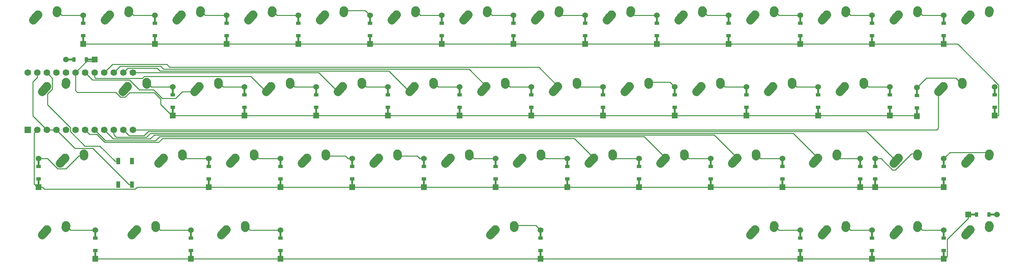
<source format=gbr>
G04 #@! TF.GenerationSoftware,KiCad,Pcbnew,(5.0.2)-1*
G04 #@! TF.CreationDate,2019-05-05T16:29:57-05:00*
G04 #@! TF.ProjectId,SL40,534c3430-2e6b-4696-9361-645f70636258,rev?*
G04 #@! TF.SameCoordinates,Original*
G04 #@! TF.FileFunction,Copper,L2,Bot*
G04 #@! TF.FilePolarity,Positive*
%FSLAX46Y46*%
G04 Gerber Fmt 4.6, Leading zero omitted, Abs format (unit mm)*
G04 Created by KiCad (PCBNEW (5.0.2)-1) date 5/5/2019 4:29:57 PM*
%MOMM*%
%LPD*%
G01*
G04 APERTURE LIST*
G04 #@! TA.AperFunction,Conductor*
%ADD10R,0.500000X1.524000*%
G04 #@! TD*
G04 #@! TA.AperFunction,ComponentPad*
%ADD11C,1.524000*%
G04 #@! TD*
G04 #@! TA.AperFunction,ComponentPad*
%ADD12R,1.524000X1.524000*%
G04 #@! TD*
G04 #@! TA.AperFunction,SMDPad,CuDef*
%ADD13R,1.200000X0.900000*%
G04 #@! TD*
G04 #@! TA.AperFunction,Conductor*
%ADD14R,1.524000X0.500000*%
G04 #@! TD*
G04 #@! TA.AperFunction,SMDPad,CuDef*
%ADD15R,0.900000X1.200000*%
G04 #@! TD*
G04 #@! TA.AperFunction,ComponentPad*
%ADD16C,2.250000*%
G04 #@! TD*
G04 #@! TA.AperFunction,Conductor*
%ADD17C,2.250000*%
G04 #@! TD*
G04 #@! TA.AperFunction,SMDPad,CuDef*
%ADD18R,1.100000X1.800000*%
G04 #@! TD*
G04 #@! TA.AperFunction,ComponentPad*
%ADD19C,1.752600*%
G04 #@! TD*
G04 #@! TA.AperFunction,ComponentPad*
%ADD20R,1.752600X1.752600*%
G04 #@! TD*
G04 #@! TA.AperFunction,Conductor*
%ADD21C,0.250000*%
G04 #@! TD*
G04 APERTURE END LIST*
D10*
G04 #@! TO.N,*
G04 #@! TO.C,D1*
X33337500Y-65246250D03*
X33337500Y-60166250D03*
D11*
G04 #@! TD*
G04 #@! TO.P,D1,2*
G04 #@! TO.N,Net-(D1-Pad2)*
X33337500Y-58896250D03*
D12*
G04 #@! TO.P,D1,1*
G04 #@! TO.N,ROW0*
X33337500Y-66516250D03*
D13*
G04 #@! TO.P,D1,*
G04 #@! TO.N,*
X33337500Y-61056250D03*
X33337500Y-64356250D03*
G04 #@! TD*
D10*
G04 #@! TO.N,*
G04 #@! TO.C,D2*
X52387500Y-65246250D03*
X52387500Y-60166250D03*
D11*
G04 #@! TD*
G04 #@! TO.P,D2,2*
G04 #@! TO.N,Net-(D2-Pad2)*
X52387500Y-58896250D03*
D12*
G04 #@! TO.P,D2,1*
G04 #@! TO.N,ROW0*
X52387500Y-66516250D03*
D13*
G04 #@! TO.P,D2,*
G04 #@! TO.N,*
X52387500Y-61056250D03*
X52387500Y-64356250D03*
G04 #@! TD*
D10*
G04 #@! TO.N,*
G04 #@! TO.C,D3*
X71437500Y-65246250D03*
X71437500Y-60166250D03*
D11*
G04 #@! TD*
G04 #@! TO.P,D3,2*
G04 #@! TO.N,Net-(D3-Pad2)*
X71437500Y-58896250D03*
D12*
G04 #@! TO.P,D3,1*
G04 #@! TO.N,ROW0*
X71437500Y-66516250D03*
D13*
G04 #@! TO.P,D3,*
G04 #@! TO.N,*
X71437500Y-61056250D03*
X71437500Y-64356250D03*
G04 #@! TD*
D10*
G04 #@! TO.N,*
G04 #@! TO.C,D4*
X90487500Y-65246250D03*
X90487500Y-60166250D03*
D11*
G04 #@! TD*
G04 #@! TO.P,D4,2*
G04 #@! TO.N,Net-(D4-Pad2)*
X90487500Y-58896250D03*
D12*
G04 #@! TO.P,D4,1*
G04 #@! TO.N,ROW0*
X90487500Y-66516250D03*
D13*
G04 #@! TO.P,D4,*
G04 #@! TO.N,*
X90487500Y-61056250D03*
X90487500Y-64356250D03*
G04 #@! TD*
D10*
G04 #@! TO.N,*
G04 #@! TO.C,D5*
X109537500Y-65246250D03*
X109537500Y-60166250D03*
D11*
G04 #@! TD*
G04 #@! TO.P,D5,2*
G04 #@! TO.N,Net-(D5-Pad2)*
X109537500Y-58896250D03*
D12*
G04 #@! TO.P,D5,1*
G04 #@! TO.N,ROW0*
X109537500Y-66516250D03*
D13*
G04 #@! TO.P,D5,*
G04 #@! TO.N,*
X109537500Y-61056250D03*
X109537500Y-64356250D03*
G04 #@! TD*
D10*
G04 #@! TO.N,*
G04 #@! TO.C,D6*
X128587500Y-65246250D03*
X128587500Y-60166250D03*
D11*
G04 #@! TD*
G04 #@! TO.P,D6,2*
G04 #@! TO.N,Net-(D6-Pad2)*
X128587500Y-58896250D03*
D12*
G04 #@! TO.P,D6,1*
G04 #@! TO.N,ROW0*
X128587500Y-66516250D03*
D13*
G04 #@! TO.P,D6,*
G04 #@! TO.N,*
X128587500Y-61056250D03*
X128587500Y-64356250D03*
G04 #@! TD*
D10*
G04 #@! TO.N,*
G04 #@! TO.C,D7*
X147637500Y-65246250D03*
X147637500Y-60166250D03*
D11*
G04 #@! TD*
G04 #@! TO.P,D7,2*
G04 #@! TO.N,Net-(D7-Pad2)*
X147637500Y-58896250D03*
D12*
G04 #@! TO.P,D7,1*
G04 #@! TO.N,ROW0*
X147637500Y-66516250D03*
D13*
G04 #@! TO.P,D7,*
G04 #@! TO.N,*
X147637500Y-61056250D03*
X147637500Y-64356250D03*
G04 #@! TD*
D10*
G04 #@! TO.N,*
G04 #@! TO.C,D8*
X166687500Y-65246250D03*
X166687500Y-60166250D03*
D11*
G04 #@! TD*
G04 #@! TO.P,D8,2*
G04 #@! TO.N,Net-(D8-Pad2)*
X166687500Y-58896250D03*
D12*
G04 #@! TO.P,D8,1*
G04 #@! TO.N,ROW0*
X166687500Y-66516250D03*
D13*
G04 #@! TO.P,D8,*
G04 #@! TO.N,*
X166687500Y-61056250D03*
X166687500Y-64356250D03*
G04 #@! TD*
D10*
G04 #@! TO.N,*
G04 #@! TO.C,D9*
X185737500Y-65246250D03*
X185737500Y-60166250D03*
D11*
G04 #@! TD*
G04 #@! TO.P,D9,2*
G04 #@! TO.N,Net-(D9-Pad2)*
X185737500Y-58896250D03*
D12*
G04 #@! TO.P,D9,1*
G04 #@! TO.N,ROW0*
X185737500Y-66516250D03*
D13*
G04 #@! TO.P,D9,*
G04 #@! TO.N,*
X185737500Y-61056250D03*
X185737500Y-64356250D03*
G04 #@! TD*
D10*
G04 #@! TO.N,*
G04 #@! TO.C,D10*
X204787500Y-65246250D03*
X204787500Y-60166250D03*
D11*
G04 #@! TD*
G04 #@! TO.P,D10,2*
G04 #@! TO.N,Net-(D10-Pad2)*
X204787500Y-58896250D03*
D12*
G04 #@! TO.P,D10,1*
G04 #@! TO.N,ROW0*
X204787500Y-66516250D03*
D13*
G04 #@! TO.P,D10,*
G04 #@! TO.N,*
X204787500Y-61056250D03*
X204787500Y-64356250D03*
G04 #@! TD*
D10*
G04 #@! TO.N,*
G04 #@! TO.C,D11*
X223837500Y-65246250D03*
X223837500Y-60166250D03*
D11*
G04 #@! TD*
G04 #@! TO.P,D11,2*
G04 #@! TO.N,Net-(D11-Pad2)*
X223837500Y-58896250D03*
D12*
G04 #@! TO.P,D11,1*
G04 #@! TO.N,ROW0*
X223837500Y-66516250D03*
D13*
G04 #@! TO.P,D11,*
G04 #@! TO.N,*
X223837500Y-61056250D03*
X223837500Y-64356250D03*
G04 #@! TD*
D10*
G04 #@! TO.N,*
G04 #@! TO.C,D12*
X242887500Y-65246250D03*
X242887500Y-60166250D03*
D11*
G04 #@! TD*
G04 #@! TO.P,D12,2*
G04 #@! TO.N,Net-(D12-Pad2)*
X242887500Y-58896250D03*
D12*
G04 #@! TO.P,D12,1*
G04 #@! TO.N,ROW0*
X242887500Y-66516250D03*
D13*
G04 #@! TO.P,D12,*
G04 #@! TO.N,*
X242887500Y-61056250D03*
X242887500Y-64356250D03*
G04 #@! TD*
D10*
G04 #@! TO.N,*
G04 #@! TO.C,D13*
X261937500Y-65246250D03*
X261937500Y-60166250D03*
D11*
G04 #@! TD*
G04 #@! TO.P,D13,2*
G04 #@! TO.N,Net-(D13-Pad2)*
X261937500Y-58896250D03*
D12*
G04 #@! TO.P,D13,1*
G04 #@! TO.N,ROW0*
X261937500Y-66516250D03*
D13*
G04 #@! TO.P,D13,*
G04 #@! TO.N,*
X261937500Y-61056250D03*
X261937500Y-64356250D03*
G04 #@! TD*
D10*
G04 #@! TO.N,*
G04 #@! TO.C,D14*
X275431250Y-84296250D03*
X275431250Y-79216250D03*
D11*
G04 #@! TD*
G04 #@! TO.P,D14,2*
G04 #@! TO.N,Net-(D14-Pad2)*
X275431250Y-77946250D03*
D12*
G04 #@! TO.P,D14,1*
G04 #@! TO.N,ROW0*
X275431250Y-85566250D03*
D13*
G04 #@! TO.P,D14,*
G04 #@! TO.N,*
X275431250Y-80106250D03*
X275431250Y-83406250D03*
G04 #@! TD*
D14*
G04 #@! TO.N,*
G04 #@! TO.C,D15*
X35083750Y-70643750D03*
X30003750Y-70643750D03*
D11*
G04 #@! TD*
G04 #@! TO.P,D15,2*
G04 #@! TO.N,Net-(D15-Pad2)*
X28733750Y-70643750D03*
D12*
G04 #@! TO.P,D15,1*
G04 #@! TO.N,ROW1*
X36353750Y-70643750D03*
D15*
G04 #@! TO.P,D15,*
G04 #@! TO.N,*
X30893750Y-70643750D03*
X34193750Y-70643750D03*
G04 #@! TD*
D10*
G04 #@! TO.N,*
G04 #@! TO.C,D16*
X57150000Y-84296250D03*
X57150000Y-79216250D03*
D11*
G04 #@! TD*
G04 #@! TO.P,D16,2*
G04 #@! TO.N,Net-(D16-Pad2)*
X57150000Y-77946250D03*
D12*
G04 #@! TO.P,D16,1*
G04 #@! TO.N,ROW1*
X57150000Y-85566250D03*
D13*
G04 #@! TO.P,D16,*
G04 #@! TO.N,*
X57150000Y-80106250D03*
X57150000Y-83406250D03*
G04 #@! TD*
D10*
G04 #@! TO.N,*
G04 #@! TO.C,D17*
X76200000Y-84296250D03*
X76200000Y-79216250D03*
D11*
G04 #@! TD*
G04 #@! TO.P,D17,2*
G04 #@! TO.N,Net-(D17-Pad2)*
X76200000Y-77946250D03*
D12*
G04 #@! TO.P,D17,1*
G04 #@! TO.N,ROW1*
X76200000Y-85566250D03*
D13*
G04 #@! TO.P,D17,*
G04 #@! TO.N,*
X76200000Y-80106250D03*
X76200000Y-83406250D03*
G04 #@! TD*
D10*
G04 #@! TO.N,*
G04 #@! TO.C,D18*
X95250000Y-84296250D03*
X95250000Y-79216250D03*
D11*
G04 #@! TD*
G04 #@! TO.P,D18,2*
G04 #@! TO.N,Net-(D18-Pad2)*
X95250000Y-77946250D03*
D12*
G04 #@! TO.P,D18,1*
G04 #@! TO.N,ROW1*
X95250000Y-85566250D03*
D13*
G04 #@! TO.P,D18,*
G04 #@! TO.N,*
X95250000Y-80106250D03*
X95250000Y-83406250D03*
G04 #@! TD*
D10*
G04 #@! TO.N,*
G04 #@! TO.C,D20*
X133350000Y-84296250D03*
X133350000Y-79216250D03*
D11*
G04 #@! TD*
G04 #@! TO.P,D20,2*
G04 #@! TO.N,Net-(D20-Pad2)*
X133350000Y-77946250D03*
D12*
G04 #@! TO.P,D20,1*
G04 #@! TO.N,ROW1*
X133350000Y-85566250D03*
D13*
G04 #@! TO.P,D20,*
G04 #@! TO.N,*
X133350000Y-80106250D03*
X133350000Y-83406250D03*
G04 #@! TD*
D10*
G04 #@! TO.N,*
G04 #@! TO.C,D21*
X152400000Y-84296250D03*
X152400000Y-79216250D03*
D11*
G04 #@! TD*
G04 #@! TO.P,D21,2*
G04 #@! TO.N,Net-(D21-Pad2)*
X152400000Y-77946250D03*
D12*
G04 #@! TO.P,D21,1*
G04 #@! TO.N,ROW1*
X152400000Y-85566250D03*
D13*
G04 #@! TO.P,D21,*
G04 #@! TO.N,*
X152400000Y-80106250D03*
X152400000Y-83406250D03*
G04 #@! TD*
D10*
G04 #@! TO.N,*
G04 #@! TO.C,D22*
X171450000Y-84296250D03*
X171450000Y-79216250D03*
D11*
G04 #@! TD*
G04 #@! TO.P,D22,2*
G04 #@! TO.N,Net-(D22-Pad2)*
X171450000Y-77946250D03*
D12*
G04 #@! TO.P,D22,1*
G04 #@! TO.N,ROW1*
X171450000Y-85566250D03*
D13*
G04 #@! TO.P,D22,*
G04 #@! TO.N,*
X171450000Y-80106250D03*
X171450000Y-83406250D03*
G04 #@! TD*
D10*
G04 #@! TO.N,*
G04 #@! TO.C,D23*
X190500000Y-84296250D03*
X190500000Y-79216250D03*
D11*
G04 #@! TD*
G04 #@! TO.P,D23,2*
G04 #@! TO.N,Net-(D23-Pad2)*
X190500000Y-77946250D03*
D12*
G04 #@! TO.P,D23,1*
G04 #@! TO.N,ROW1*
X190500000Y-85566250D03*
D13*
G04 #@! TO.P,D23,*
G04 #@! TO.N,*
X190500000Y-80106250D03*
X190500000Y-83406250D03*
G04 #@! TD*
D10*
G04 #@! TO.N,*
G04 #@! TO.C,D24*
X209550000Y-84296250D03*
X209550000Y-79216250D03*
D11*
G04 #@! TD*
G04 #@! TO.P,D24,2*
G04 #@! TO.N,Net-(D24-Pad2)*
X209550000Y-77946250D03*
D12*
G04 #@! TO.P,D24,1*
G04 #@! TO.N,ROW1*
X209550000Y-85566250D03*
D13*
G04 #@! TO.P,D24,*
G04 #@! TO.N,*
X209550000Y-80106250D03*
X209550000Y-83406250D03*
G04 #@! TD*
D10*
G04 #@! TO.N,*
G04 #@! TO.C,D25*
X228600000Y-84296250D03*
X228600000Y-79216250D03*
D11*
G04 #@! TD*
G04 #@! TO.P,D25,2*
G04 #@! TO.N,Net-(D25-Pad2)*
X228600000Y-77946250D03*
D12*
G04 #@! TO.P,D25,1*
G04 #@! TO.N,ROW1*
X228600000Y-85566250D03*
D13*
G04 #@! TO.P,D25,*
G04 #@! TO.N,*
X228600000Y-80106250D03*
X228600000Y-83406250D03*
G04 #@! TD*
D10*
G04 #@! TO.N,*
G04 #@! TO.C,D26*
X247650000Y-84296250D03*
X247650000Y-79216250D03*
D11*
G04 #@! TD*
G04 #@! TO.P,D26,2*
G04 #@! TO.N,Net-(D26-Pad2)*
X247650000Y-77946250D03*
D12*
G04 #@! TO.P,D26,1*
G04 #@! TO.N,ROW1*
X247650000Y-85566250D03*
D13*
G04 #@! TO.P,D26,*
G04 #@! TO.N,*
X247650000Y-80106250D03*
X247650000Y-83406250D03*
G04 #@! TD*
D10*
G04 #@! TO.N,*
G04 #@! TO.C,D27*
X254793750Y-84455000D03*
X254793750Y-79375000D03*
D11*
G04 #@! TD*
G04 #@! TO.P,D27,2*
G04 #@! TO.N,Net-(D27-Pad2)*
X254793750Y-78105000D03*
D12*
G04 #@! TO.P,D27,1*
G04 #@! TO.N,ROW1*
X254793750Y-85725000D03*
D13*
G04 #@! TO.P,D27,*
G04 #@! TO.N,*
X254793750Y-80265000D03*
X254793750Y-83565000D03*
G04 #@! TD*
D10*
G04 #@! TO.N,*
G04 #@! TO.C,D28*
X21431250Y-103346250D03*
X21431250Y-98266250D03*
D11*
G04 #@! TD*
G04 #@! TO.P,D28,2*
G04 #@! TO.N,Net-(D28-Pad2)*
X21431250Y-96996250D03*
D12*
G04 #@! TO.P,D28,1*
G04 #@! TO.N,ROW2*
X21431250Y-104616250D03*
D13*
G04 #@! TO.P,D28,*
G04 #@! TO.N,*
X21431250Y-99156250D03*
X21431250Y-102456250D03*
G04 #@! TD*
D10*
G04 #@! TO.N,*
G04 #@! TO.C,D29*
X66675000Y-103346250D03*
X66675000Y-98266250D03*
D11*
G04 #@! TD*
G04 #@! TO.P,D29,2*
G04 #@! TO.N,Net-(D29-Pad2)*
X66675000Y-96996250D03*
D12*
G04 #@! TO.P,D29,1*
G04 #@! TO.N,ROW2*
X66675000Y-104616250D03*
D13*
G04 #@! TO.P,D29,*
G04 #@! TO.N,*
X66675000Y-99156250D03*
X66675000Y-102456250D03*
G04 #@! TD*
D10*
G04 #@! TO.N,*
G04 #@! TO.C,D30*
X85725000Y-103346250D03*
X85725000Y-98266250D03*
D11*
G04 #@! TD*
G04 #@! TO.P,D30,2*
G04 #@! TO.N,Net-(D30-Pad2)*
X85725000Y-96996250D03*
D12*
G04 #@! TO.P,D30,1*
G04 #@! TO.N,ROW2*
X85725000Y-104616250D03*
D13*
G04 #@! TO.P,D30,*
G04 #@! TO.N,*
X85725000Y-99156250D03*
X85725000Y-102456250D03*
G04 #@! TD*
D10*
G04 #@! TO.N,*
G04 #@! TO.C,D31*
X104775000Y-103346250D03*
X104775000Y-98266250D03*
D11*
G04 #@! TD*
G04 #@! TO.P,D31,2*
G04 #@! TO.N,Net-(D31-Pad2)*
X104775000Y-96996250D03*
D12*
G04 #@! TO.P,D31,1*
G04 #@! TO.N,ROW2*
X104775000Y-104616250D03*
D13*
G04 #@! TO.P,D31,*
G04 #@! TO.N,*
X104775000Y-99156250D03*
X104775000Y-102456250D03*
G04 #@! TD*
D10*
G04 #@! TO.N,*
G04 #@! TO.C,D32*
X123825000Y-103346250D03*
X123825000Y-98266250D03*
D11*
G04 #@! TD*
G04 #@! TO.P,D32,2*
G04 #@! TO.N,Net-(D32-Pad2)*
X123825000Y-96996250D03*
D12*
G04 #@! TO.P,D32,1*
G04 #@! TO.N,ROW2*
X123825000Y-104616250D03*
D13*
G04 #@! TO.P,D32,*
G04 #@! TO.N,*
X123825000Y-99156250D03*
X123825000Y-102456250D03*
G04 #@! TD*
D10*
G04 #@! TO.N,*
G04 #@! TO.C,D33*
X142875000Y-103346250D03*
X142875000Y-98266250D03*
D11*
G04 #@! TD*
G04 #@! TO.P,D33,2*
G04 #@! TO.N,Net-(D33-Pad2)*
X142875000Y-96996250D03*
D12*
G04 #@! TO.P,D33,1*
G04 #@! TO.N,ROW2*
X142875000Y-104616250D03*
D13*
G04 #@! TO.P,D33,*
G04 #@! TO.N,*
X142875000Y-99156250D03*
X142875000Y-102456250D03*
G04 #@! TD*
D10*
G04 #@! TO.N,*
G04 #@! TO.C,D34*
X161925000Y-103346250D03*
X161925000Y-98266250D03*
D11*
G04 #@! TD*
G04 #@! TO.P,D34,2*
G04 #@! TO.N,Net-(D34-Pad2)*
X161925000Y-96996250D03*
D12*
G04 #@! TO.P,D34,1*
G04 #@! TO.N,ROW2*
X161925000Y-104616250D03*
D13*
G04 #@! TO.P,D34,*
G04 #@! TO.N,*
X161925000Y-99156250D03*
X161925000Y-102456250D03*
G04 #@! TD*
D10*
G04 #@! TO.N,*
G04 #@! TO.C,D35*
X180975000Y-103346250D03*
X180975000Y-98266250D03*
D11*
G04 #@! TD*
G04 #@! TO.P,D35,2*
G04 #@! TO.N,Net-(D35-Pad2)*
X180975000Y-96996250D03*
D12*
G04 #@! TO.P,D35,1*
G04 #@! TO.N,ROW2*
X180975000Y-104616250D03*
D13*
G04 #@! TO.P,D35,*
G04 #@! TO.N,*
X180975000Y-99156250D03*
X180975000Y-102456250D03*
G04 #@! TD*
D10*
G04 #@! TO.N,*
G04 #@! TO.C,D36*
X200025000Y-103346250D03*
X200025000Y-98266250D03*
D11*
G04 #@! TD*
G04 #@! TO.P,D36,2*
G04 #@! TO.N,Net-(D36-Pad2)*
X200025000Y-96996250D03*
D12*
G04 #@! TO.P,D36,1*
G04 #@! TO.N,ROW2*
X200025000Y-104616250D03*
D13*
G04 #@! TO.P,D36,*
G04 #@! TO.N,*
X200025000Y-99156250D03*
X200025000Y-102456250D03*
G04 #@! TD*
D10*
G04 #@! TO.N,*
G04 #@! TO.C,D37*
X219075000Y-103346250D03*
X219075000Y-98266250D03*
D11*
G04 #@! TD*
G04 #@! TO.P,D37,2*
G04 #@! TO.N,Net-(D37-Pad2)*
X219075000Y-96996250D03*
D12*
G04 #@! TO.P,D37,1*
G04 #@! TO.N,ROW2*
X219075000Y-104616250D03*
D13*
G04 #@! TO.P,D37,*
G04 #@! TO.N,*
X219075000Y-99156250D03*
X219075000Y-102456250D03*
G04 #@! TD*
D10*
G04 #@! TO.N,*
G04 #@! TO.C,D38*
X239712500Y-103346250D03*
X239712500Y-98266250D03*
D11*
G04 #@! TD*
G04 #@! TO.P,D38,2*
G04 #@! TO.N,Net-(D38-Pad2)*
X239712500Y-96996250D03*
D12*
G04 #@! TO.P,D38,1*
G04 #@! TO.N,ROW2*
X239712500Y-104616250D03*
D13*
G04 #@! TO.P,D38,*
G04 #@! TO.N,*
X239712500Y-99156250D03*
X239712500Y-102456250D03*
G04 #@! TD*
D10*
G04 #@! TO.N,*
G04 #@! TO.C,D39*
X243681250Y-103346250D03*
X243681250Y-98266250D03*
D11*
G04 #@! TD*
G04 #@! TO.P,D39,2*
G04 #@! TO.N,Net-(D39-Pad2)*
X243681250Y-96996250D03*
D12*
G04 #@! TO.P,D39,1*
G04 #@! TO.N,ROW2*
X243681250Y-104616250D03*
D13*
G04 #@! TO.P,D39,*
G04 #@! TO.N,*
X243681250Y-99156250D03*
X243681250Y-102456250D03*
G04 #@! TD*
D10*
G04 #@! TO.N,*
G04 #@! TO.C,D40*
X261937500Y-103346250D03*
X261937500Y-98266250D03*
D11*
G04 #@! TD*
G04 #@! TO.P,D40,2*
G04 #@! TO.N,Net-(D40-Pad2)*
X261937500Y-96996250D03*
D12*
G04 #@! TO.P,D40,1*
G04 #@! TO.N,ROW2*
X261937500Y-104616250D03*
D13*
G04 #@! TO.P,D40,*
G04 #@! TO.N,*
X261937500Y-99156250D03*
X261937500Y-102456250D03*
G04 #@! TD*
D10*
G04 #@! TO.N,*
G04 #@! TO.C,D41*
X36512500Y-122396250D03*
X36512500Y-117316250D03*
D11*
G04 #@! TD*
G04 #@! TO.P,D41,2*
G04 #@! TO.N,Net-(D41-Pad2)*
X36512500Y-116046250D03*
D12*
G04 #@! TO.P,D41,1*
G04 #@! TO.N,ROW3*
X36512500Y-123666250D03*
D13*
G04 #@! TO.P,D41,*
G04 #@! TO.N,*
X36512500Y-118206250D03*
X36512500Y-121506250D03*
G04 #@! TD*
D10*
G04 #@! TO.N,*
G04 #@! TO.C,D42*
X61912500Y-122396250D03*
X61912500Y-117316250D03*
D11*
G04 #@! TD*
G04 #@! TO.P,D42,2*
G04 #@! TO.N,Net-(D42-Pad2)*
X61912500Y-116046250D03*
D12*
G04 #@! TO.P,D42,1*
G04 #@! TO.N,ROW3*
X61912500Y-123666250D03*
D13*
G04 #@! TO.P,D42,*
G04 #@! TO.N,*
X61912500Y-118206250D03*
X61912500Y-121506250D03*
G04 #@! TD*
D10*
G04 #@! TO.N,*
G04 #@! TO.C,D43*
X85725000Y-122396250D03*
X85725000Y-117316250D03*
D11*
G04 #@! TD*
G04 #@! TO.P,D43,2*
G04 #@! TO.N,Net-(D43-Pad2)*
X85725000Y-116046250D03*
D12*
G04 #@! TO.P,D43,1*
G04 #@! TO.N,ROW3*
X85725000Y-123666250D03*
D13*
G04 #@! TO.P,D43,*
G04 #@! TO.N,*
X85725000Y-118206250D03*
X85725000Y-121506250D03*
G04 #@! TD*
D10*
G04 #@! TO.N,*
G04 #@! TO.C,D44*
X154781250Y-122396250D03*
X154781250Y-117316250D03*
D11*
G04 #@! TD*
G04 #@! TO.P,D44,2*
G04 #@! TO.N,Net-(D44-Pad2)*
X154781250Y-116046250D03*
D12*
G04 #@! TO.P,D44,1*
G04 #@! TO.N,ROW3*
X154781250Y-123666250D03*
D13*
G04 #@! TO.P,D44,*
G04 #@! TO.N,*
X154781250Y-118206250D03*
X154781250Y-121506250D03*
G04 #@! TD*
D10*
G04 #@! TO.N,*
G04 #@! TO.C,D45*
X223837500Y-122396250D03*
X223837500Y-117316250D03*
D11*
G04 #@! TD*
G04 #@! TO.P,D45,2*
G04 #@! TO.N,Net-(D45-Pad2)*
X223837500Y-116046250D03*
D12*
G04 #@! TO.P,D45,1*
G04 #@! TO.N,ROW3*
X223837500Y-123666250D03*
D13*
G04 #@! TO.P,D45,*
G04 #@! TO.N,*
X223837500Y-118206250D03*
X223837500Y-121506250D03*
G04 #@! TD*
D10*
G04 #@! TO.N,*
G04 #@! TO.C,D46*
X242887500Y-122396250D03*
X242887500Y-117316250D03*
D11*
G04 #@! TD*
G04 #@! TO.P,D46,2*
G04 #@! TO.N,Net-(D46-Pad2)*
X242887500Y-116046250D03*
D12*
G04 #@! TO.P,D46,1*
G04 #@! TO.N,ROW3*
X242887500Y-123666250D03*
D13*
G04 #@! TO.P,D46,*
G04 #@! TO.N,*
X242887500Y-118206250D03*
X242887500Y-121506250D03*
G04 #@! TD*
D10*
G04 #@! TO.N,*
G04 #@! TO.C,D47*
X261937500Y-122396250D03*
X261937500Y-117316250D03*
D11*
G04 #@! TD*
G04 #@! TO.P,D47,2*
G04 #@! TO.N,Net-(D47-Pad2)*
X261937500Y-116046250D03*
D12*
G04 #@! TO.P,D47,1*
G04 #@! TO.N,ROW3*
X261937500Y-123666250D03*
D13*
G04 #@! TO.P,D47,*
G04 #@! TO.N,*
X261937500Y-118206250D03*
X261937500Y-121506250D03*
G04 #@! TD*
D14*
G04 #@! TO.N,*
G04 #@! TO.C,D48*
X269716250Y-111918750D03*
X274796250Y-111918750D03*
D11*
G04 #@! TD*
G04 #@! TO.P,D48,2*
G04 #@! TO.N,Net-(D48-Pad2)*
X276066250Y-111918750D03*
D12*
G04 #@! TO.P,D48,1*
G04 #@! TO.N,ROW3*
X268446250Y-111918750D03*
D15*
G04 #@! TO.P,D48,*
G04 #@! TO.N,*
X273906250Y-111918750D03*
X270606250Y-111918750D03*
G04 #@! TD*
D10*
G04 #@! TO.N,*
G04 #@! TO.C,D19*
X114300000Y-84296250D03*
X114300000Y-79216250D03*
D11*
G04 #@! TD*
G04 #@! TO.P,D19,2*
G04 #@! TO.N,Net-(D19-Pad2)*
X114300000Y-77946250D03*
D12*
G04 #@! TO.P,D19,1*
G04 #@! TO.N,ROW1*
X114300000Y-85566250D03*
D13*
G04 #@! TO.P,D19,*
G04 #@! TO.N,*
X114300000Y-80106250D03*
X114300000Y-83406250D03*
G04 #@! TD*
D16*
G04 #@! TO.P,MX1,1*
G04 #@! TO.N,COL0*
X21312500Y-58706250D03*
X20657501Y-59436250D03*
D17*
G04 #@! TD*
G04 #@! TO.N,COL0*
G04 #@! TO.C,MX1*
X20002500Y-60166250D02*
X21312502Y-58706250D01*
D16*
G04 #@! TO.P,MX1,2*
G04 #@! TO.N,Net-(D1-Pad2)*
X26352500Y-57626250D03*
X26332500Y-57916250D03*
D17*
G04 #@! TD*
G04 #@! TO.N,Net-(D1-Pad2)*
G04 #@! TO.C,MX1*
X26312500Y-58206250D02*
X26352500Y-57626250D01*
D16*
G04 #@! TO.P,MX2,1*
G04 #@! TO.N,COL1*
X40362500Y-58706250D03*
X39707501Y-59436250D03*
D17*
G04 #@! TD*
G04 #@! TO.N,COL1*
G04 #@! TO.C,MX2*
X39052500Y-60166250D02*
X40362502Y-58706250D01*
D16*
G04 #@! TO.P,MX2,2*
G04 #@! TO.N,Net-(D2-Pad2)*
X45402500Y-57626250D03*
X45382500Y-57916250D03*
D17*
G04 #@! TD*
G04 #@! TO.N,Net-(D2-Pad2)*
G04 #@! TO.C,MX2*
X45362500Y-58206250D02*
X45402500Y-57626250D01*
D16*
G04 #@! TO.P,MX3,1*
G04 #@! TO.N,COL2*
X59412500Y-58706250D03*
X58757501Y-59436250D03*
D17*
G04 #@! TD*
G04 #@! TO.N,COL2*
G04 #@! TO.C,MX3*
X58102500Y-60166250D02*
X59412502Y-58706250D01*
D16*
G04 #@! TO.P,MX3,2*
G04 #@! TO.N,Net-(D3-Pad2)*
X64452500Y-57626250D03*
X64432500Y-57916250D03*
D17*
G04 #@! TD*
G04 #@! TO.N,Net-(D3-Pad2)*
G04 #@! TO.C,MX3*
X64412500Y-58206250D02*
X64452500Y-57626250D01*
D16*
G04 #@! TO.P,MX4,1*
G04 #@! TO.N,COL3*
X78462500Y-58706250D03*
X77807501Y-59436250D03*
D17*
G04 #@! TD*
G04 #@! TO.N,COL3*
G04 #@! TO.C,MX4*
X77152500Y-60166250D02*
X78462502Y-58706250D01*
D16*
G04 #@! TO.P,MX4,2*
G04 #@! TO.N,Net-(D4-Pad2)*
X83502500Y-57626250D03*
X83482500Y-57916250D03*
D17*
G04 #@! TD*
G04 #@! TO.N,Net-(D4-Pad2)*
G04 #@! TO.C,MX4*
X83462500Y-58206250D02*
X83502500Y-57626250D01*
D16*
G04 #@! TO.P,MX5,1*
G04 #@! TO.N,COL4*
X97512500Y-58706250D03*
X96857501Y-59436250D03*
D17*
G04 #@! TD*
G04 #@! TO.N,COL4*
G04 #@! TO.C,MX5*
X96202500Y-60166250D02*
X97512502Y-58706250D01*
D16*
G04 #@! TO.P,MX5,2*
G04 #@! TO.N,Net-(D5-Pad2)*
X102552500Y-57626250D03*
X102532500Y-57916250D03*
D17*
G04 #@! TD*
G04 #@! TO.N,Net-(D5-Pad2)*
G04 #@! TO.C,MX5*
X102512500Y-58206250D02*
X102552500Y-57626250D01*
D16*
G04 #@! TO.P,MX6,1*
G04 #@! TO.N,COL5*
X116562500Y-58706250D03*
X115907501Y-59436250D03*
D17*
G04 #@! TD*
G04 #@! TO.N,COL5*
G04 #@! TO.C,MX6*
X115252500Y-60166250D02*
X116562502Y-58706250D01*
D16*
G04 #@! TO.P,MX6,2*
G04 #@! TO.N,Net-(D6-Pad2)*
X121602500Y-57626250D03*
X121582500Y-57916250D03*
D17*
G04 #@! TD*
G04 #@! TO.N,Net-(D6-Pad2)*
G04 #@! TO.C,MX6*
X121562500Y-58206250D02*
X121602500Y-57626250D01*
D16*
G04 #@! TO.P,MX7,1*
G04 #@! TO.N,COL6*
X135612500Y-58706250D03*
X134957501Y-59436250D03*
D17*
G04 #@! TD*
G04 #@! TO.N,COL6*
G04 #@! TO.C,MX7*
X134302500Y-60166250D02*
X135612502Y-58706250D01*
D16*
G04 #@! TO.P,MX7,2*
G04 #@! TO.N,Net-(D7-Pad2)*
X140652500Y-57626250D03*
X140632500Y-57916250D03*
D17*
G04 #@! TD*
G04 #@! TO.N,Net-(D7-Pad2)*
G04 #@! TO.C,MX7*
X140612500Y-58206250D02*
X140652500Y-57626250D01*
D16*
G04 #@! TO.P,MX8,1*
G04 #@! TO.N,COL7*
X154662500Y-58706250D03*
X154007501Y-59436250D03*
D17*
G04 #@! TD*
G04 #@! TO.N,COL7*
G04 #@! TO.C,MX8*
X153352500Y-60166250D02*
X154662502Y-58706250D01*
D16*
G04 #@! TO.P,MX8,2*
G04 #@! TO.N,Net-(D8-Pad2)*
X159702500Y-57626250D03*
X159682500Y-57916250D03*
D17*
G04 #@! TD*
G04 #@! TO.N,Net-(D8-Pad2)*
G04 #@! TO.C,MX8*
X159662500Y-58206250D02*
X159702500Y-57626250D01*
D16*
G04 #@! TO.P,MX9,1*
G04 #@! TO.N,COL8*
X173712500Y-58706250D03*
X173057501Y-59436250D03*
D17*
G04 #@! TD*
G04 #@! TO.N,COL8*
G04 #@! TO.C,MX9*
X172402500Y-60166250D02*
X173712502Y-58706250D01*
D16*
G04 #@! TO.P,MX9,2*
G04 #@! TO.N,Net-(D9-Pad2)*
X178752500Y-57626250D03*
X178732500Y-57916250D03*
D17*
G04 #@! TD*
G04 #@! TO.N,Net-(D9-Pad2)*
G04 #@! TO.C,MX9*
X178712500Y-58206250D02*
X178752500Y-57626250D01*
D16*
G04 #@! TO.P,MX10,1*
G04 #@! TO.N,COL9*
X192762500Y-58706250D03*
X192107501Y-59436250D03*
D17*
G04 #@! TD*
G04 #@! TO.N,COL9*
G04 #@! TO.C,MX10*
X191452500Y-60166250D02*
X192762502Y-58706250D01*
D16*
G04 #@! TO.P,MX10,2*
G04 #@! TO.N,Net-(D10-Pad2)*
X197802500Y-57626250D03*
X197782500Y-57916250D03*
D17*
G04 #@! TD*
G04 #@! TO.N,Net-(D10-Pad2)*
G04 #@! TO.C,MX10*
X197762500Y-58206250D02*
X197802500Y-57626250D01*
D16*
G04 #@! TO.P,MX11,1*
G04 #@! TO.N,COL10*
X211812500Y-58706250D03*
X211157501Y-59436250D03*
D17*
G04 #@! TD*
G04 #@! TO.N,COL10*
G04 #@! TO.C,MX11*
X210502500Y-60166250D02*
X211812502Y-58706250D01*
D16*
G04 #@! TO.P,MX11,2*
G04 #@! TO.N,Net-(D11-Pad2)*
X216852500Y-57626250D03*
X216832500Y-57916250D03*
D17*
G04 #@! TD*
G04 #@! TO.N,Net-(D11-Pad2)*
G04 #@! TO.C,MX11*
X216812500Y-58206250D02*
X216852500Y-57626250D01*
D16*
G04 #@! TO.P,MX12,1*
G04 #@! TO.N,COL11*
X230862500Y-58706250D03*
X230207501Y-59436250D03*
D17*
G04 #@! TD*
G04 #@! TO.N,COL11*
G04 #@! TO.C,MX12*
X229552500Y-60166250D02*
X230862502Y-58706250D01*
D16*
G04 #@! TO.P,MX12,2*
G04 #@! TO.N,Net-(D12-Pad2)*
X235902500Y-57626250D03*
X235882500Y-57916250D03*
D17*
G04 #@! TD*
G04 #@! TO.N,Net-(D12-Pad2)*
G04 #@! TO.C,MX12*
X235862500Y-58206250D02*
X235902500Y-57626250D01*
D16*
G04 #@! TO.P,MX13,1*
G04 #@! TO.N,COL12*
X249912500Y-58706250D03*
X249257501Y-59436250D03*
D17*
G04 #@! TD*
G04 #@! TO.N,COL12*
G04 #@! TO.C,MX13*
X248602500Y-60166250D02*
X249912502Y-58706250D01*
D16*
G04 #@! TO.P,MX13,2*
G04 #@! TO.N,Net-(D13-Pad2)*
X254952500Y-57626250D03*
X254932500Y-57916250D03*
D17*
G04 #@! TD*
G04 #@! TO.N,Net-(D13-Pad2)*
G04 #@! TO.C,MX13*
X254912500Y-58206250D02*
X254952500Y-57626250D01*
D16*
G04 #@! TO.P,MX14,1*
G04 #@! TO.N,COL13*
X268962500Y-58706250D03*
X268307501Y-59436250D03*
D17*
G04 #@! TD*
G04 #@! TO.N,COL13*
G04 #@! TO.C,MX14*
X267652500Y-60166250D02*
X268962502Y-58706250D01*
D16*
G04 #@! TO.P,MX14,2*
G04 #@! TO.N,Net-(D14-Pad2)*
X274002500Y-57626250D03*
X273982500Y-57916250D03*
D17*
G04 #@! TD*
G04 #@! TO.N,Net-(D14-Pad2)*
G04 #@! TO.C,MX14*
X273962500Y-58206250D02*
X274002500Y-57626250D01*
D16*
G04 #@! TO.P,MX15,1*
G04 #@! TO.N,COL0*
X23693750Y-77756250D03*
X23038751Y-78486250D03*
D17*
G04 #@! TD*
G04 #@! TO.N,COL0*
G04 #@! TO.C,MX15*
X22383750Y-79216250D02*
X23693752Y-77756250D01*
D16*
G04 #@! TO.P,MX15,2*
G04 #@! TO.N,Net-(D15-Pad2)*
X28733750Y-76676250D03*
X28713750Y-76966250D03*
D17*
G04 #@! TD*
G04 #@! TO.N,Net-(D15-Pad2)*
G04 #@! TO.C,MX15*
X28693750Y-77256250D02*
X28733750Y-76676250D01*
D16*
G04 #@! TO.P,MX16,1*
G04 #@! TO.N,COL1*
X45125000Y-77756250D03*
X44470001Y-78486250D03*
D17*
G04 #@! TD*
G04 #@! TO.N,COL1*
G04 #@! TO.C,MX16*
X43815000Y-79216250D02*
X45125002Y-77756250D01*
D16*
G04 #@! TO.P,MX16,2*
G04 #@! TO.N,Net-(D16-Pad2)*
X50165000Y-76676250D03*
X50145000Y-76966250D03*
D17*
G04 #@! TD*
G04 #@! TO.N,Net-(D16-Pad2)*
G04 #@! TO.C,MX16*
X50125000Y-77256250D02*
X50165000Y-76676250D01*
D16*
G04 #@! TO.P,MX17,1*
G04 #@! TO.N,COL2*
X64175000Y-77756250D03*
X63520001Y-78486250D03*
D17*
G04 #@! TD*
G04 #@! TO.N,COL2*
G04 #@! TO.C,MX17*
X62865000Y-79216250D02*
X64175002Y-77756250D01*
D16*
G04 #@! TO.P,MX17,2*
G04 #@! TO.N,Net-(D17-Pad2)*
X69215000Y-76676250D03*
X69195000Y-76966250D03*
D17*
G04 #@! TD*
G04 #@! TO.N,Net-(D17-Pad2)*
G04 #@! TO.C,MX17*
X69175000Y-77256250D02*
X69215000Y-76676250D01*
D16*
G04 #@! TO.P,MX18,1*
G04 #@! TO.N,COL3*
X83225000Y-77756250D03*
X82570001Y-78486250D03*
D17*
G04 #@! TD*
G04 #@! TO.N,COL3*
G04 #@! TO.C,MX18*
X81915000Y-79216250D02*
X83225002Y-77756250D01*
D16*
G04 #@! TO.P,MX18,2*
G04 #@! TO.N,Net-(D18-Pad2)*
X88265000Y-76676250D03*
X88245000Y-76966250D03*
D17*
G04 #@! TD*
G04 #@! TO.N,Net-(D18-Pad2)*
G04 #@! TO.C,MX18*
X88225000Y-77256250D02*
X88265000Y-76676250D01*
D16*
G04 #@! TO.P,MX19,1*
G04 #@! TO.N,COL4*
X102275000Y-77756250D03*
X101620001Y-78486250D03*
D17*
G04 #@! TD*
G04 #@! TO.N,COL4*
G04 #@! TO.C,MX19*
X100965000Y-79216250D02*
X102275002Y-77756250D01*
D16*
G04 #@! TO.P,MX19,2*
G04 #@! TO.N,Net-(D19-Pad2)*
X107315000Y-76676250D03*
X107295000Y-76966250D03*
D17*
G04 #@! TD*
G04 #@! TO.N,Net-(D19-Pad2)*
G04 #@! TO.C,MX19*
X107275000Y-77256250D02*
X107315000Y-76676250D01*
D16*
G04 #@! TO.P,MX20,1*
G04 #@! TO.N,COL5*
X121325000Y-77756250D03*
X120670001Y-78486250D03*
D17*
G04 #@! TD*
G04 #@! TO.N,COL5*
G04 #@! TO.C,MX20*
X120015000Y-79216250D02*
X121325002Y-77756250D01*
D16*
G04 #@! TO.P,MX20,2*
G04 #@! TO.N,Net-(D20-Pad2)*
X126365000Y-76676250D03*
X126345000Y-76966250D03*
D17*
G04 #@! TD*
G04 #@! TO.N,Net-(D20-Pad2)*
G04 #@! TO.C,MX20*
X126325000Y-77256250D02*
X126365000Y-76676250D01*
D16*
G04 #@! TO.P,MX21,1*
G04 #@! TO.N,COL6*
X140375000Y-77756250D03*
X139720001Y-78486250D03*
D17*
G04 #@! TD*
G04 #@! TO.N,COL6*
G04 #@! TO.C,MX21*
X139065000Y-79216250D02*
X140375002Y-77756250D01*
D16*
G04 #@! TO.P,MX21,2*
G04 #@! TO.N,Net-(D21-Pad2)*
X145415000Y-76676250D03*
X145395000Y-76966250D03*
D17*
G04 #@! TD*
G04 #@! TO.N,Net-(D21-Pad2)*
G04 #@! TO.C,MX21*
X145375000Y-77256250D02*
X145415000Y-76676250D01*
D16*
G04 #@! TO.P,MX22,1*
G04 #@! TO.N,COL7*
X159425000Y-77756250D03*
X158770001Y-78486250D03*
D17*
G04 #@! TD*
G04 #@! TO.N,COL7*
G04 #@! TO.C,MX22*
X158115000Y-79216250D02*
X159425002Y-77756250D01*
D16*
G04 #@! TO.P,MX22,2*
G04 #@! TO.N,Net-(D22-Pad2)*
X164465000Y-76676250D03*
X164445000Y-76966250D03*
D17*
G04 #@! TD*
G04 #@! TO.N,Net-(D22-Pad2)*
G04 #@! TO.C,MX22*
X164425000Y-77256250D02*
X164465000Y-76676250D01*
D16*
G04 #@! TO.P,MX23,1*
G04 #@! TO.N,COL8*
X178475000Y-77756250D03*
X177820001Y-78486250D03*
D17*
G04 #@! TD*
G04 #@! TO.N,COL8*
G04 #@! TO.C,MX23*
X177165000Y-79216250D02*
X178475002Y-77756250D01*
D16*
G04 #@! TO.P,MX23,2*
G04 #@! TO.N,Net-(D23-Pad2)*
X183515000Y-76676250D03*
X183495000Y-76966250D03*
D17*
G04 #@! TD*
G04 #@! TO.N,Net-(D23-Pad2)*
G04 #@! TO.C,MX23*
X183475000Y-77256250D02*
X183515000Y-76676250D01*
D16*
G04 #@! TO.P,MX24,1*
G04 #@! TO.N,COL9*
X197525000Y-77756250D03*
X196870001Y-78486250D03*
D17*
G04 #@! TD*
G04 #@! TO.N,COL9*
G04 #@! TO.C,MX24*
X196215000Y-79216250D02*
X197525002Y-77756250D01*
D16*
G04 #@! TO.P,MX24,2*
G04 #@! TO.N,Net-(D24-Pad2)*
X202565000Y-76676250D03*
X202545000Y-76966250D03*
D17*
G04 #@! TD*
G04 #@! TO.N,Net-(D24-Pad2)*
G04 #@! TO.C,MX24*
X202525000Y-77256250D02*
X202565000Y-76676250D01*
D16*
G04 #@! TO.P,MX25,1*
G04 #@! TO.N,COL10*
X216575000Y-77756250D03*
X215920001Y-78486250D03*
D17*
G04 #@! TD*
G04 #@! TO.N,COL10*
G04 #@! TO.C,MX25*
X215265000Y-79216250D02*
X216575002Y-77756250D01*
D16*
G04 #@! TO.P,MX25,2*
G04 #@! TO.N,Net-(D25-Pad2)*
X221615000Y-76676250D03*
X221595000Y-76966250D03*
D17*
G04 #@! TD*
G04 #@! TO.N,Net-(D25-Pad2)*
G04 #@! TO.C,MX25*
X221575000Y-77256250D02*
X221615000Y-76676250D01*
D16*
G04 #@! TO.P,MX26,1*
G04 #@! TO.N,COL11*
X235625000Y-77756250D03*
X234970001Y-78486250D03*
D17*
G04 #@! TD*
G04 #@! TO.N,COL11*
G04 #@! TO.C,MX26*
X234315000Y-79216250D02*
X235625002Y-77756250D01*
D16*
G04 #@! TO.P,MX26,2*
G04 #@! TO.N,Net-(D26-Pad2)*
X240665000Y-76676250D03*
X240645000Y-76966250D03*
D17*
G04 #@! TD*
G04 #@! TO.N,Net-(D26-Pad2)*
G04 #@! TO.C,MX26*
X240625000Y-77256250D02*
X240665000Y-76676250D01*
D16*
G04 #@! TO.P,MX27,1*
G04 #@! TO.N,COL13*
X261818750Y-77756250D03*
X261163751Y-78486250D03*
D17*
G04 #@! TD*
G04 #@! TO.N,COL13*
G04 #@! TO.C,MX27*
X260508750Y-79216250D02*
X261818752Y-77756250D01*
D16*
G04 #@! TO.P,MX27,2*
G04 #@! TO.N,Net-(D27-Pad2)*
X266858750Y-76676250D03*
X266838750Y-76966250D03*
D17*
G04 #@! TD*
G04 #@! TO.N,Net-(D27-Pad2)*
G04 #@! TO.C,MX27*
X266818750Y-77256250D02*
X266858750Y-76676250D01*
D16*
G04 #@! TO.P,MX28,1*
G04 #@! TO.N,COL0*
X28456250Y-96806250D03*
X27801251Y-97536250D03*
D17*
G04 #@! TD*
G04 #@! TO.N,COL0*
G04 #@! TO.C,MX28*
X27146250Y-98266250D02*
X28456252Y-96806250D01*
D16*
G04 #@! TO.P,MX28,2*
G04 #@! TO.N,Net-(D28-Pad2)*
X33496250Y-95726250D03*
X33476250Y-96016250D03*
D17*
G04 #@! TD*
G04 #@! TO.N,Net-(D28-Pad2)*
G04 #@! TO.C,MX28*
X33456250Y-96306250D02*
X33496250Y-95726250D01*
D16*
G04 #@! TO.P,MX29,1*
G04 #@! TO.N,COL2*
X54650000Y-96806250D03*
X53995001Y-97536250D03*
D17*
G04 #@! TD*
G04 #@! TO.N,COL2*
G04 #@! TO.C,MX29*
X53340000Y-98266250D02*
X54650002Y-96806250D01*
D16*
G04 #@! TO.P,MX29,2*
G04 #@! TO.N,Net-(D29-Pad2)*
X59690000Y-95726250D03*
X59670000Y-96016250D03*
D17*
G04 #@! TD*
G04 #@! TO.N,Net-(D29-Pad2)*
G04 #@! TO.C,MX29*
X59650000Y-96306250D02*
X59690000Y-95726250D01*
D16*
G04 #@! TO.P,MX30,1*
G04 #@! TO.N,COL3*
X73700000Y-96806250D03*
X73045001Y-97536250D03*
D17*
G04 #@! TD*
G04 #@! TO.N,COL3*
G04 #@! TO.C,MX30*
X72390000Y-98266250D02*
X73700002Y-96806250D01*
D16*
G04 #@! TO.P,MX30,2*
G04 #@! TO.N,Net-(D30-Pad2)*
X78740000Y-95726250D03*
X78720000Y-96016250D03*
D17*
G04 #@! TD*
G04 #@! TO.N,Net-(D30-Pad2)*
G04 #@! TO.C,MX30*
X78700000Y-96306250D02*
X78740000Y-95726250D01*
D16*
G04 #@! TO.P,MX31,1*
G04 #@! TO.N,COL4*
X92750000Y-96806250D03*
X92095001Y-97536250D03*
D17*
G04 #@! TD*
G04 #@! TO.N,COL4*
G04 #@! TO.C,MX31*
X91440000Y-98266250D02*
X92750002Y-96806250D01*
D16*
G04 #@! TO.P,MX31,2*
G04 #@! TO.N,Net-(D31-Pad2)*
X97790000Y-95726250D03*
X97770000Y-96016250D03*
D17*
G04 #@! TD*
G04 #@! TO.N,Net-(D31-Pad2)*
G04 #@! TO.C,MX31*
X97750000Y-96306250D02*
X97790000Y-95726250D01*
D16*
G04 #@! TO.P,MX32,1*
G04 #@! TO.N,COL5*
X111800000Y-96806250D03*
X111145001Y-97536250D03*
D17*
G04 #@! TD*
G04 #@! TO.N,COL5*
G04 #@! TO.C,MX32*
X110490000Y-98266250D02*
X111800002Y-96806250D01*
D16*
G04 #@! TO.P,MX32,2*
G04 #@! TO.N,Net-(D32-Pad2)*
X116840000Y-95726250D03*
X116820000Y-96016250D03*
D17*
G04 #@! TD*
G04 #@! TO.N,Net-(D32-Pad2)*
G04 #@! TO.C,MX32*
X116800000Y-96306250D02*
X116840000Y-95726250D01*
D16*
G04 #@! TO.P,MX33,1*
G04 #@! TO.N,COL6*
X130850000Y-96806250D03*
X130195001Y-97536250D03*
D17*
G04 #@! TD*
G04 #@! TO.N,COL6*
G04 #@! TO.C,MX33*
X129540000Y-98266250D02*
X130850002Y-96806250D01*
D16*
G04 #@! TO.P,MX33,2*
G04 #@! TO.N,Net-(D33-Pad2)*
X135890000Y-95726250D03*
X135870000Y-96016250D03*
D17*
G04 #@! TD*
G04 #@! TO.N,Net-(D33-Pad2)*
G04 #@! TO.C,MX33*
X135850000Y-96306250D02*
X135890000Y-95726250D01*
D16*
G04 #@! TO.P,MX34,1*
G04 #@! TO.N,COL7*
X149900000Y-96806250D03*
X149245001Y-97536250D03*
D17*
G04 #@! TD*
G04 #@! TO.N,COL7*
G04 #@! TO.C,MX34*
X148590000Y-98266250D02*
X149900002Y-96806250D01*
D16*
G04 #@! TO.P,MX34,2*
G04 #@! TO.N,Net-(D34-Pad2)*
X154940000Y-95726250D03*
X154920000Y-96016250D03*
D17*
G04 #@! TD*
G04 #@! TO.N,Net-(D34-Pad2)*
G04 #@! TO.C,MX34*
X154900000Y-96306250D02*
X154940000Y-95726250D01*
D16*
G04 #@! TO.P,MX35,1*
G04 #@! TO.N,COL8*
X168950000Y-96806250D03*
X168295001Y-97536250D03*
D17*
G04 #@! TD*
G04 #@! TO.N,COL8*
G04 #@! TO.C,MX35*
X167640000Y-98266250D02*
X168950002Y-96806250D01*
D16*
G04 #@! TO.P,MX35,2*
G04 #@! TO.N,Net-(D35-Pad2)*
X173990000Y-95726250D03*
X173970000Y-96016250D03*
D17*
G04 #@! TD*
G04 #@! TO.N,Net-(D35-Pad2)*
G04 #@! TO.C,MX35*
X173950000Y-96306250D02*
X173990000Y-95726250D01*
D16*
G04 #@! TO.P,MX36,1*
G04 #@! TO.N,COL9*
X188000000Y-96806250D03*
X187345001Y-97536250D03*
D17*
G04 #@! TD*
G04 #@! TO.N,COL9*
G04 #@! TO.C,MX36*
X186690000Y-98266250D02*
X188000002Y-96806250D01*
D16*
G04 #@! TO.P,MX36,2*
G04 #@! TO.N,Net-(D36-Pad2)*
X193040000Y-95726250D03*
X193020000Y-96016250D03*
D17*
G04 #@! TD*
G04 #@! TO.N,Net-(D36-Pad2)*
G04 #@! TO.C,MX36*
X193000000Y-96306250D02*
X193040000Y-95726250D01*
D16*
G04 #@! TO.P,MX37,1*
G04 #@! TO.N,COL10*
X207050000Y-96806250D03*
X206395001Y-97536250D03*
D17*
G04 #@! TD*
G04 #@! TO.N,COL10*
G04 #@! TO.C,MX37*
X205740000Y-98266250D02*
X207050002Y-96806250D01*
D16*
G04 #@! TO.P,MX37,2*
G04 #@! TO.N,Net-(D37-Pad2)*
X212090000Y-95726250D03*
X212070000Y-96016250D03*
D17*
G04 #@! TD*
G04 #@! TO.N,Net-(D37-Pad2)*
G04 #@! TO.C,MX37*
X212050000Y-96306250D02*
X212090000Y-95726250D01*
D16*
G04 #@! TO.P,MX38,1*
G04 #@! TO.N,COL11*
X228481250Y-96806250D03*
X227826251Y-97536250D03*
D17*
G04 #@! TD*
G04 #@! TO.N,COL11*
G04 #@! TO.C,MX38*
X227171250Y-98266250D02*
X228481252Y-96806250D01*
D16*
G04 #@! TO.P,MX38,2*
G04 #@! TO.N,Net-(D38-Pad2)*
X233521250Y-95726250D03*
X233501250Y-96016250D03*
D17*
G04 #@! TD*
G04 #@! TO.N,Net-(D38-Pad2)*
G04 #@! TO.C,MX38*
X233481250Y-96306250D02*
X233521250Y-95726250D01*
D16*
G04 #@! TO.P,MX39,1*
G04 #@! TO.N,COL12*
X249912500Y-96806250D03*
X249257501Y-97536250D03*
D17*
G04 #@! TD*
G04 #@! TO.N,COL12*
G04 #@! TO.C,MX39*
X248602500Y-98266250D02*
X249912502Y-96806250D01*
D16*
G04 #@! TO.P,MX39,2*
G04 #@! TO.N,Net-(D39-Pad2)*
X254952500Y-95726250D03*
X254932500Y-96016250D03*
D17*
G04 #@! TD*
G04 #@! TO.N,Net-(D39-Pad2)*
G04 #@! TO.C,MX39*
X254912500Y-96306250D02*
X254952500Y-95726250D01*
D16*
G04 #@! TO.P,MX40,1*
G04 #@! TO.N,COL13*
X268962500Y-96806250D03*
X268307501Y-97536250D03*
D17*
G04 #@! TD*
G04 #@! TO.N,COL13*
G04 #@! TO.C,MX40*
X267652500Y-98266250D02*
X268962502Y-96806250D01*
D16*
G04 #@! TO.P,MX40,2*
G04 #@! TO.N,Net-(D40-Pad2)*
X274002500Y-95726250D03*
X273982500Y-96016250D03*
D17*
G04 #@! TD*
G04 #@! TO.N,Net-(D40-Pad2)*
G04 #@! TO.C,MX40*
X273962500Y-96306250D02*
X274002500Y-95726250D01*
D16*
G04 #@! TO.P,MX41,1*
G04 #@! TO.N,COL0*
X23693750Y-115856250D03*
X23038751Y-116586250D03*
D17*
G04 #@! TD*
G04 #@! TO.N,COL0*
G04 #@! TO.C,MX41*
X22383750Y-117316250D02*
X23693752Y-115856250D01*
D16*
G04 #@! TO.P,MX41,2*
G04 #@! TO.N,Net-(D41-Pad2)*
X28733750Y-114776250D03*
X28713750Y-115066250D03*
D17*
G04 #@! TD*
G04 #@! TO.N,Net-(D41-Pad2)*
G04 #@! TO.C,MX41*
X28693750Y-115356250D02*
X28733750Y-114776250D01*
D16*
G04 #@! TO.P,MX42,1*
G04 #@! TO.N,COL1*
X47506250Y-115856250D03*
X46851251Y-116586250D03*
D17*
G04 #@! TD*
G04 #@! TO.N,COL1*
G04 #@! TO.C,MX42*
X46196250Y-117316250D02*
X47506252Y-115856250D01*
D16*
G04 #@! TO.P,MX42,2*
G04 #@! TO.N,Net-(D42-Pad2)*
X52546250Y-114776250D03*
X52526250Y-115066250D03*
D17*
G04 #@! TD*
G04 #@! TO.N,Net-(D42-Pad2)*
G04 #@! TO.C,MX42*
X52506250Y-115356250D02*
X52546250Y-114776250D01*
D16*
G04 #@! TO.P,MX43,1*
G04 #@! TO.N,COL2*
X71318750Y-115856250D03*
X70663751Y-116586250D03*
D17*
G04 #@! TD*
G04 #@! TO.N,COL2*
G04 #@! TO.C,MX43*
X70008750Y-117316250D02*
X71318752Y-115856250D01*
D16*
G04 #@! TO.P,MX43,2*
G04 #@! TO.N,Net-(D43-Pad2)*
X76358750Y-114776250D03*
X76338750Y-115066250D03*
D17*
G04 #@! TD*
G04 #@! TO.N,Net-(D43-Pad2)*
G04 #@! TO.C,MX43*
X76318750Y-115356250D02*
X76358750Y-114776250D01*
D16*
G04 #@! TO.P,MX44,1*
G04 #@! TO.N,COL6*
X142756250Y-115856250D03*
X142101251Y-116586250D03*
D17*
G04 #@! TD*
G04 #@! TO.N,COL6*
G04 #@! TO.C,MX44*
X141446250Y-117316250D02*
X142756252Y-115856250D01*
D16*
G04 #@! TO.P,MX44,2*
G04 #@! TO.N,Net-(D44-Pad2)*
X147796250Y-114776250D03*
X147776250Y-115066250D03*
D17*
G04 #@! TD*
G04 #@! TO.N,Net-(D44-Pad2)*
G04 #@! TO.C,MX44*
X147756250Y-115356250D02*
X147796250Y-114776250D01*
D16*
G04 #@! TO.P,MX45,1*
G04 #@! TO.N,COL10*
X211812500Y-115856250D03*
X211157501Y-116586250D03*
D17*
G04 #@! TD*
G04 #@! TO.N,COL10*
G04 #@! TO.C,MX45*
X210502500Y-117316250D02*
X211812502Y-115856250D01*
D16*
G04 #@! TO.P,MX45,2*
G04 #@! TO.N,Net-(D45-Pad2)*
X216852500Y-114776250D03*
X216832500Y-115066250D03*
D17*
G04 #@! TD*
G04 #@! TO.N,Net-(D45-Pad2)*
G04 #@! TO.C,MX45*
X216812500Y-115356250D02*
X216852500Y-114776250D01*
D16*
G04 #@! TO.P,MX46,1*
G04 #@! TO.N,COL11*
X230862500Y-115856250D03*
X230207501Y-116586250D03*
D17*
G04 #@! TD*
G04 #@! TO.N,COL11*
G04 #@! TO.C,MX46*
X229552500Y-117316250D02*
X230862502Y-115856250D01*
D16*
G04 #@! TO.P,MX46,2*
G04 #@! TO.N,Net-(D46-Pad2)*
X235902500Y-114776250D03*
X235882500Y-115066250D03*
D17*
G04 #@! TD*
G04 #@! TO.N,Net-(D46-Pad2)*
G04 #@! TO.C,MX46*
X235862500Y-115356250D02*
X235902500Y-114776250D01*
D16*
G04 #@! TO.P,MX47,1*
G04 #@! TO.N,COL12*
X249912500Y-115856250D03*
X249257501Y-116586250D03*
D17*
G04 #@! TD*
G04 #@! TO.N,COL12*
G04 #@! TO.C,MX47*
X248602500Y-117316250D02*
X249912502Y-115856250D01*
D16*
G04 #@! TO.P,MX47,2*
G04 #@! TO.N,Net-(D47-Pad2)*
X254952500Y-114776250D03*
X254932500Y-115066250D03*
D17*
G04 #@! TD*
G04 #@! TO.N,Net-(D47-Pad2)*
G04 #@! TO.C,MX47*
X254912500Y-115356250D02*
X254952500Y-114776250D01*
D16*
G04 #@! TO.P,MX48,1*
G04 #@! TO.N,COL13*
X268962500Y-115856250D03*
X268307501Y-116586250D03*
D17*
G04 #@! TD*
G04 #@! TO.N,COL13*
G04 #@! TO.C,MX48*
X267652500Y-117316250D02*
X268962502Y-115856250D01*
D16*
G04 #@! TO.P,MX48,2*
G04 #@! TO.N,Net-(D48-Pad2)*
X274002500Y-114776250D03*
X273982500Y-115066250D03*
D17*
G04 #@! TD*
G04 #@! TO.N,Net-(D48-Pad2)*
G04 #@! TO.C,MX48*
X273962500Y-115356250D02*
X274002500Y-114776250D01*
D18*
G04 #@! TO.P,SW1,4*
G04 #@! TO.N,N/C*
X46300000Y-97706250D03*
G04 #@! TO.P,SW1,3*
X42600000Y-103906250D03*
G04 #@! TO.P,SW1,2*
G04 #@! TO.N,Net-(SW1-Pad2)*
X42600000Y-97706250D03*
G04 #@! TO.P,SW1,1*
G04 #@! TO.N,GND*
X46300000Y-103906250D03*
G04 #@! TD*
D19*
G04 #@! TO.P,U1,24*
G04 #@! TO.N,Net-(U1-Pad24)*
X18573750Y-74136250D03*
G04 #@! TO.P,U1,12*
G04 #@! TO.N,COL13*
X46513750Y-89376250D03*
G04 #@! TO.P,U1,23*
G04 #@! TO.N,GND*
X21113750Y-74136250D03*
G04 #@! TO.P,U1,22*
G04 #@! TO.N,Net-(SW1-Pad2)*
X23653750Y-74136250D03*
G04 #@! TO.P,U1,21*
G04 #@! TO.N,+5V*
X26193750Y-74136250D03*
G04 #@! TO.P,U1,20*
G04 #@! TO.N,ROW0*
X28733750Y-74136250D03*
G04 #@! TO.P,U1,19*
G04 #@! TO.N,ROW1*
X31273750Y-74136250D03*
G04 #@! TO.P,U1,18*
G04 #@! TO.N,COL2*
X33813750Y-74136250D03*
G04 #@! TO.P,U1,17*
G04 #@! TO.N,COL3*
X36353750Y-74136250D03*
G04 #@! TO.P,U1,16*
G04 #@! TO.N,COL7*
X38893750Y-74136250D03*
G04 #@! TO.P,U1,15*
G04 #@! TO.N,COL6*
X41433750Y-74136250D03*
G04 #@! TO.P,U1,14*
G04 #@! TO.N,COL5*
X43973750Y-74136250D03*
G04 #@! TO.P,U1,13*
G04 #@! TO.N,COL4*
X46513750Y-74136250D03*
G04 #@! TO.P,U1,11*
G04 #@! TO.N,COL12*
X43973750Y-89376250D03*
G04 #@! TO.P,U1,10*
G04 #@! TO.N,COL11*
X41433750Y-89376250D03*
G04 #@! TO.P,U1,9*
G04 #@! TO.N,COL10*
X38893750Y-89376250D03*
G04 #@! TO.P,U1,8*
G04 #@! TO.N,COL9*
X36353750Y-89376250D03*
G04 #@! TO.P,U1,7*
G04 #@! TO.N,COL8*
X33813750Y-89376250D03*
G04 #@! TO.P,U1,6*
G04 #@! TO.N,ROW3*
X31273750Y-89376250D03*
G04 #@! TO.P,U1,5*
G04 #@! TO.N,COL1*
X28733750Y-89376250D03*
G04 #@! TO.P,U1,4*
G04 #@! TO.N,GND*
X26193750Y-89376250D03*
G04 #@! TO.P,U1,3*
X23653750Y-89376250D03*
G04 #@! TO.P,U1,2*
G04 #@! TO.N,ROW2*
X21113750Y-89376250D03*
D20*
G04 #@! TO.P,U1,1*
G04 #@! TO.N,COL0*
X18573750Y-89376250D03*
G04 #@! TD*
D21*
G04 #@! TO.N,ROW0*
X33337500Y-66516250D02*
X52387500Y-66516250D01*
X52387500Y-66516250D02*
X71437500Y-66516250D01*
X71437500Y-66516250D02*
X90487500Y-66516250D01*
X90487500Y-66516250D02*
X109537500Y-66516250D01*
X110549500Y-66516250D02*
X128587500Y-66516250D01*
X109537500Y-66516250D02*
X110549500Y-66516250D01*
X128587500Y-66516250D02*
X147637500Y-66516250D01*
X147637500Y-66516250D02*
X166687500Y-66516250D01*
X166687500Y-66516250D02*
X185737500Y-66516250D01*
X186064502Y-66516250D02*
X204787500Y-66516250D01*
X185737500Y-66516250D02*
X186064502Y-66516250D01*
X204787500Y-66516250D02*
X223837500Y-66516250D01*
X223837500Y-66516250D02*
X242887500Y-66516250D01*
X243214502Y-66516250D02*
X261937500Y-66516250D01*
X242887500Y-66516250D02*
X243214502Y-66516250D01*
X276443250Y-85566250D02*
X275431250Y-85566250D01*
X276518251Y-85491249D02*
X276443250Y-85566250D01*
X276518251Y-77424489D02*
X276518251Y-85491249D01*
X265610012Y-66516250D02*
X276518251Y-77424489D01*
X261937500Y-66516250D02*
X265610012Y-66516250D01*
G04 #@! TO.N,Net-(D1-Pad2)*
X27477499Y-58751249D02*
X26352500Y-57626250D01*
X27622500Y-58896250D02*
X27477499Y-58751249D01*
X33337500Y-58896250D02*
X27622500Y-58896250D01*
G04 #@! TO.N,Net-(D2-Pad2)*
X46672500Y-58896250D02*
X45402500Y-57626250D01*
X52387500Y-58896250D02*
X46672500Y-58896250D01*
G04 #@! TO.N,Net-(D3-Pad2)*
X65032500Y-58206250D02*
X64412500Y-58206250D01*
X65722500Y-58896250D02*
X65032500Y-58206250D01*
X71437500Y-58896250D02*
X65722500Y-58896250D01*
G04 #@! TO.N,Net-(D4-Pad2)*
X84082500Y-58206250D02*
X83462500Y-58206250D01*
X84772500Y-58896250D02*
X84082500Y-58206250D01*
X90487500Y-58896250D02*
X84772500Y-58896250D01*
G04 #@! TO.N,Net-(D5-Pad2)*
X108267500Y-57626250D02*
X102552500Y-57626250D01*
X109537500Y-58896250D02*
X108267500Y-57626250D01*
G04 #@! TO.N,Net-(D6-Pad2)*
X122727499Y-58751249D02*
X121602500Y-57626250D01*
X122872500Y-58896250D02*
X122727499Y-58751249D01*
X128587500Y-58896250D02*
X122872500Y-58896250D01*
G04 #@! TO.N,Net-(D7-Pad2)*
X141232500Y-58206250D02*
X140612500Y-58206250D01*
X141922500Y-58896250D02*
X141232500Y-58206250D01*
X147637500Y-58896250D02*
X141922500Y-58896250D01*
G04 #@! TO.N,Net-(D8-Pad2)*
X160352500Y-58896250D02*
X159662500Y-58206250D01*
X166687500Y-58896250D02*
X160352500Y-58896250D01*
G04 #@! TO.N,Net-(D9-Pad2)*
X179402500Y-58896250D02*
X178712500Y-58206250D01*
X185737500Y-58896250D02*
X179402500Y-58896250D01*
G04 #@! TO.N,Net-(D10-Pad2)*
X199072500Y-58896250D02*
X197802500Y-57626250D01*
X204787500Y-58896250D02*
X199072500Y-58896250D01*
G04 #@! TO.N,Net-(D11-Pad2)*
X218122500Y-58896250D02*
X216852500Y-57626250D01*
X223837500Y-58896250D02*
X218122500Y-58896250D01*
G04 #@! TO.N,Net-(D12-Pad2)*
X237027499Y-58751249D02*
X235902500Y-57626250D01*
X237172500Y-58896250D02*
X237027499Y-58751249D01*
X242887500Y-58896250D02*
X237172500Y-58896250D01*
G04 #@! TO.N,Net-(D13-Pad2)*
X256077499Y-58751249D02*
X254952500Y-57626250D01*
X256222500Y-58896250D02*
X256077499Y-58751249D01*
X261937500Y-58896250D02*
X256222500Y-58896250D01*
G04 #@! TO.N,ROW1*
X57150000Y-85566250D02*
X76200000Y-85566250D01*
X76200000Y-85566250D02*
X95250000Y-85566250D01*
X95250000Y-85566250D02*
X114300000Y-85566250D01*
X114627002Y-85566250D02*
X133350000Y-85566250D01*
X114300000Y-85566250D02*
X114627002Y-85566250D01*
X152727002Y-85566250D02*
X152400000Y-85566250D01*
X133350000Y-85566250D02*
X152727002Y-85566250D01*
X152400000Y-85566250D02*
X171450000Y-85566250D01*
X171450000Y-85566250D02*
X190500000Y-85566250D01*
X190500000Y-85566250D02*
X209550000Y-85566250D01*
X209550000Y-85566250D02*
X228927002Y-85566250D01*
X228927002Y-85566250D02*
X247650000Y-85566250D01*
X228600000Y-85566250D02*
X228927002Y-85566250D01*
X254635000Y-85566250D02*
X254793750Y-85725000D01*
X247650000Y-85566250D02*
X254635000Y-85566250D01*
X36353750Y-70970752D02*
X36353750Y-70643750D01*
X36105751Y-71218751D02*
X36353750Y-70970752D01*
X34191249Y-71218751D02*
X36105751Y-71218751D01*
X31273750Y-74136250D02*
X34191249Y-71218751D01*
X43216093Y-80665641D02*
X41925452Y-79375000D01*
X44413907Y-80665641D02*
X43216093Y-80665641D01*
X57150000Y-85566250D02*
X56822998Y-85566250D01*
X53905001Y-82648253D02*
X53905001Y-81180249D01*
X53905001Y-81180249D02*
X52162101Y-79437349D01*
X56822998Y-85566250D02*
X53905001Y-82648253D01*
X52162101Y-79437349D02*
X45642199Y-79437349D01*
X45642199Y-79437349D02*
X44413907Y-80665641D01*
X41925452Y-79375000D02*
X31750000Y-79375000D01*
X31273750Y-78898750D02*
X31273750Y-74136250D01*
X31750000Y-79375000D02*
X31273750Y-78898750D01*
G04 #@! TO.N,Net-(D16-Pad2)*
X51435000Y-77946250D02*
X50165000Y-76676250D01*
X57150000Y-77946250D02*
X51435000Y-77946250D01*
G04 #@! TO.N,Net-(D17-Pad2)*
X70485000Y-77946250D02*
X69215000Y-76676250D01*
X76200000Y-77946250D02*
X70485000Y-77946250D01*
G04 #@! TO.N,Net-(D18-Pad2)*
X88845000Y-77256250D02*
X88225000Y-77256250D01*
X89535000Y-77946250D02*
X88845000Y-77256250D01*
X95250000Y-77946250D02*
X89535000Y-77946250D01*
G04 #@! TO.N,Net-(D19-Pad2)*
X108585000Y-77946250D02*
X107315000Y-76676250D01*
X114300000Y-77946250D02*
X108585000Y-77946250D01*
G04 #@! TO.N,Net-(D20-Pad2)*
X126945000Y-77256250D02*
X126325000Y-77256250D01*
X127635000Y-77946250D02*
X126945000Y-77256250D01*
X133350000Y-77946250D02*
X127635000Y-77946250D01*
G04 #@! TO.N,Net-(D21-Pad2)*
X146685000Y-77946250D02*
X145415000Y-76676250D01*
X152400000Y-77946250D02*
X146685000Y-77946250D01*
G04 #@! TO.N,Net-(D22-Pad2)*
X165115000Y-77946250D02*
X171450000Y-77946250D01*
X164425000Y-77256250D02*
X165115000Y-77946250D01*
G04 #@! TO.N,Net-(D23-Pad2)*
X185105990Y-76676250D02*
X183515000Y-76676250D01*
X189230000Y-76676250D02*
X185105990Y-76676250D01*
X190500000Y-77946250D02*
X189230000Y-76676250D01*
G04 #@! TO.N,Net-(D24-Pad2)*
X203689999Y-77801249D02*
X202565000Y-76676250D01*
X203835000Y-77946250D02*
X203689999Y-77801249D01*
X209550000Y-77946250D02*
X203835000Y-77946250D01*
G04 #@! TO.N,Net-(D25-Pad2)*
X222885000Y-77946250D02*
X221615000Y-76676250D01*
X228600000Y-77946250D02*
X222885000Y-77946250D01*
G04 #@! TO.N,Net-(D26-Pad2)*
X241789999Y-77801249D02*
X240665000Y-76676250D01*
X241935000Y-77946250D02*
X241789999Y-77801249D01*
X247650000Y-77946250D02*
X241935000Y-77946250D01*
G04 #@! TO.N,Net-(D27-Pad2)*
X265113751Y-75551251D02*
X266818750Y-77256250D01*
X257347499Y-75551251D02*
X265113751Y-75551251D01*
X254793750Y-78105000D02*
X257347499Y-75551251D01*
G04 #@! TO.N,Net-(D28-Pad2)*
X23827952Y-96996250D02*
X21431250Y-96996250D01*
X26547343Y-99715641D02*
X23827952Y-96996250D01*
X28742861Y-99715641D02*
X26547343Y-99715641D01*
X33456250Y-96306250D02*
X32152252Y-96306250D01*
X32152252Y-96306250D02*
X28742861Y-99715641D01*
G04 #@! TO.N,ROW2*
X261937500Y-104616250D02*
X243681250Y-104616250D01*
X242669250Y-104616250D02*
X239712500Y-104616250D01*
X243681250Y-104616250D02*
X242669250Y-104616250D01*
X239712500Y-104616250D02*
X219075000Y-104616250D01*
X218063000Y-104616250D02*
X200025000Y-104616250D01*
X219075000Y-104616250D02*
X218063000Y-104616250D01*
X200025000Y-104616250D02*
X180975000Y-104616250D01*
X180647998Y-104616250D02*
X161925000Y-104616250D01*
X180975000Y-104616250D02*
X180647998Y-104616250D01*
X161597998Y-104616250D02*
X142875000Y-104616250D01*
X161925000Y-104616250D02*
X161597998Y-104616250D01*
X126692002Y-104616250D02*
X123825000Y-104616250D01*
X142875000Y-104616250D02*
X126692002Y-104616250D01*
X122813000Y-104616250D02*
X104775000Y-104616250D01*
X123825000Y-104616250D02*
X122813000Y-104616250D01*
X104447998Y-104616250D02*
X85725000Y-104616250D01*
X104775000Y-104616250D02*
X104447998Y-104616250D01*
X85397998Y-104616250D02*
X66675000Y-104616250D01*
X85725000Y-104616250D02*
X85397998Y-104616250D01*
X22443250Y-104616250D02*
X21431250Y-104616250D01*
X22958251Y-105131251D02*
X22443250Y-104616250D01*
X47110001Y-105131251D02*
X22958251Y-105131251D01*
X47625002Y-104616250D02*
X47110001Y-105131251D01*
X66675000Y-104616250D02*
X47625002Y-104616250D01*
X20237451Y-90252549D02*
X21113750Y-89376250D01*
X20237451Y-103749453D02*
X20237451Y-90252549D01*
X21104248Y-104616250D02*
X20237451Y-103749453D01*
X21431250Y-104616250D02*
X21104248Y-104616250D01*
G04 #@! TO.N,Net-(D29-Pad2)*
X60960000Y-96996250D02*
X59690000Y-95726250D01*
X66675000Y-96996250D02*
X60960000Y-96996250D01*
G04 #@! TO.N,Net-(D30-Pad2)*
X80010000Y-96996250D02*
X78740000Y-95726250D01*
X85725000Y-96996250D02*
X80010000Y-96996250D01*
G04 #@! TO.N,Net-(D31-Pad2)*
X103007370Y-96306250D02*
X97750000Y-96306250D01*
X103697370Y-96996250D02*
X103007370Y-96306250D01*
X104775000Y-96996250D02*
X103697370Y-96996250D01*
G04 #@! TO.N,Net-(D32-Pad2)*
X122057370Y-96306250D02*
X116800000Y-96306250D01*
X122747370Y-96996250D02*
X122057370Y-96306250D01*
X123825000Y-96996250D02*
X122747370Y-96996250D01*
G04 #@! TO.N,Net-(D33-Pad2)*
X137014999Y-96851249D02*
X135890000Y-95726250D01*
X137160000Y-96996250D02*
X137014999Y-96851249D01*
X142875000Y-96996250D02*
X137160000Y-96996250D01*
G04 #@! TO.N,Net-(D34-Pad2)*
X156210000Y-96996250D02*
X154940000Y-95726250D01*
X161925000Y-96996250D02*
X156210000Y-96996250D01*
G04 #@! TO.N,Net-(D35-Pad2)*
X174640000Y-96996250D02*
X180975000Y-96996250D01*
X173950000Y-96306250D02*
X174640000Y-96996250D01*
G04 #@! TO.N,Net-(D36-Pad2)*
X193620000Y-96306250D02*
X193000000Y-96306250D01*
X194310000Y-96996250D02*
X193620000Y-96306250D01*
X200025000Y-96996250D02*
X194310000Y-96996250D01*
G04 #@! TO.N,Net-(D37-Pad2)*
X212670000Y-96306250D02*
X212050000Y-96306250D01*
X213360000Y-96996250D02*
X212670000Y-96306250D01*
X219075000Y-96996250D02*
X213360000Y-96996250D01*
G04 #@! TO.N,Net-(D38-Pad2)*
X234171250Y-96996250D02*
X233481250Y-96306250D01*
X239712500Y-96996250D02*
X234171250Y-96996250D01*
G04 #@! TO.N,Net-(D39-Pad2)*
X253361510Y-95726250D02*
X254952500Y-95726250D01*
X249075260Y-100012500D02*
X253361510Y-95726250D01*
X248300452Y-100012500D02*
X249075260Y-100012500D01*
X245284202Y-96996250D02*
X248300452Y-100012500D01*
X243681250Y-96996250D02*
X245284202Y-96996250D01*
G04 #@! TO.N,Net-(D40-Pad2)*
X262699499Y-96234251D02*
X261937500Y-96996250D01*
X263577501Y-95356249D02*
X262699499Y-96234251D01*
X273012499Y-95356249D02*
X263577501Y-95356249D01*
X273962500Y-96306250D02*
X273012499Y-95356249D01*
G04 #@! TO.N,Net-(D41-Pad2)*
X30003750Y-116046250D02*
X28733750Y-114776250D01*
X36512500Y-116046250D02*
X30003750Y-116046250D01*
G04 #@! TO.N,ROW3*
X36512500Y-123666250D02*
X61912500Y-123666250D01*
X61912500Y-123666250D02*
X85725000Y-123666250D01*
X85725000Y-123666250D02*
X154781250Y-123666250D01*
X194817672Y-123666250D02*
X223837500Y-123666250D01*
X154781250Y-123666250D02*
X194817672Y-123666250D01*
X224164502Y-123666250D02*
X242887500Y-123666250D01*
X223837500Y-123666250D02*
X224164502Y-123666250D01*
X242887500Y-123666250D02*
X261937500Y-123666250D01*
X268446250Y-112930750D02*
X268446250Y-111918750D01*
X262862501Y-118514499D02*
X268446250Y-112930750D01*
X262862501Y-123068251D02*
X262862501Y-118514499D01*
X262264502Y-123666250D02*
X262862501Y-123068251D01*
X261937500Y-123666250D02*
X262264502Y-123666250D01*
G04 #@! TO.N,Net-(D42-Pad2)*
X53816250Y-116046250D02*
X52546250Y-114776250D01*
X61912500Y-116046250D02*
X53816250Y-116046250D01*
G04 #@! TO.N,Net-(D43-Pad2)*
X77483749Y-115901249D02*
X76358750Y-114776250D01*
X77628750Y-116046250D02*
X77483749Y-115901249D01*
X85725000Y-116046250D02*
X77628750Y-116046250D01*
G04 #@! TO.N,Net-(D44-Pad2)*
X148336250Y-114776250D02*
X147756250Y-115356250D01*
X153511250Y-114776250D02*
X148336250Y-114776250D01*
X154781250Y-116046250D02*
X153511250Y-114776250D01*
G04 #@! TO.N,Net-(D45-Pad2)*
X218122500Y-116046250D02*
X216852500Y-114776250D01*
X223837500Y-116046250D02*
X218122500Y-116046250D01*
G04 #@! TO.N,Net-(D46-Pad2)*
X237172500Y-116046250D02*
X235902500Y-114776250D01*
X242887500Y-116046250D02*
X237172500Y-116046250D01*
G04 #@! TO.N,Net-(D47-Pad2)*
X255532500Y-115356250D02*
X254912500Y-115356250D01*
X256222500Y-116046250D02*
X255532500Y-115356250D01*
X261937500Y-116046250D02*
X256222500Y-116046250D01*
G04 #@! TO.N,COL2*
X48218346Y-78703594D02*
X45625852Y-76111100D01*
X52064756Y-78703594D02*
X48218346Y-78703594D01*
X54355010Y-80993848D02*
X52064756Y-78703594D01*
X57897403Y-80993849D02*
X54355010Y-80993848D01*
X62865000Y-79216250D02*
X59675002Y-79216250D01*
X59675002Y-79216250D02*
X57897403Y-80993849D01*
X35788600Y-76111100D02*
X33813750Y-74136250D01*
X45625852Y-76111100D02*
X35788600Y-76111100D01*
G04 #@! TO.N,COL3*
X36353750Y-75375525D02*
X36632125Y-75653900D01*
X36353750Y-74136250D02*
X36353750Y-75375525D01*
X49041348Y-75653900D02*
X49523948Y-75171300D01*
X36632125Y-75653900D02*
X49041348Y-75653900D01*
X77870050Y-75171300D02*
X81915000Y-79216250D01*
X49523948Y-75171300D02*
X77870050Y-75171300D01*
G04 #@! TO.N,COL4*
X95885000Y-74136250D02*
X100965000Y-79216250D01*
X46513750Y-74136250D02*
X95885000Y-74136250D01*
G04 #@! TO.N,COL5*
X45175051Y-72934949D02*
X52957849Y-72934949D01*
X43973750Y-74136250D02*
X45175051Y-72934949D01*
X114484990Y-73686240D02*
X120015000Y-79216250D01*
X53709140Y-73686240D02*
X114484990Y-73686240D01*
X52957849Y-72934949D02*
X53709140Y-73686240D01*
G04 #@! TO.N,COL6*
X41433750Y-74136250D02*
X43154600Y-72415400D01*
X43154600Y-72415400D02*
X53860700Y-72415400D01*
X53860700Y-72415400D02*
X54635400Y-73190100D01*
X135808850Y-73190100D02*
X140375000Y-77756250D01*
X54635400Y-73190100D02*
X135808850Y-73190100D01*
G04 #@! TO.N,COL7*
X154363550Y-72694800D02*
X159425000Y-77756250D01*
X56299100Y-72694800D02*
X154363550Y-72694800D01*
X55549800Y-71945500D02*
X56299100Y-72694800D01*
X38893750Y-74136250D02*
X41084500Y-71945500D01*
X41084500Y-71945500D02*
X55549800Y-71945500D01*
G04 #@! TO.N,COL8*
X36918641Y-90577551D02*
X39051090Y-92710000D01*
X33813750Y-89376250D02*
X35015051Y-90577551D01*
X35015051Y-90577551D02*
X36918641Y-90577551D01*
X39051090Y-92710000D02*
X53297700Y-92710000D01*
X53297700Y-92710000D02*
X54364500Y-91643200D01*
X163786950Y-91643200D02*
X168950000Y-96806250D01*
X54364500Y-91643200D02*
X163786950Y-91643200D01*
G04 #@! TO.N,COL9*
X39221429Y-92243929D02*
X52536071Y-92243929D01*
X36353750Y-89376250D02*
X39221429Y-92243929D01*
X52536071Y-92243929D02*
X53603710Y-91176290D01*
X182370040Y-91176290D02*
X186799350Y-95605600D01*
X53603710Y-91176290D02*
X182370040Y-91176290D01*
X186799350Y-95605600D02*
X188000000Y-96806250D01*
G04 #@! TO.N,COL10*
X200970030Y-90726280D02*
X207050000Y-96806250D01*
X52174120Y-90726280D02*
X200970030Y-90726280D01*
X51106481Y-91793919D02*
X52174120Y-90726280D01*
X38893750Y-89376250D02*
X41311419Y-91793919D01*
X41311419Y-91793919D02*
X51106481Y-91793919D01*
G04 #@! TO.N,COL11*
X50095990Y-91343910D02*
X51163630Y-90276270D01*
X42162135Y-91343910D02*
X50095990Y-91343910D01*
X41433750Y-89376250D02*
X41433750Y-90615525D01*
X41433750Y-90615525D02*
X42162135Y-91343910D01*
X221951270Y-90276270D02*
X228481250Y-96806250D01*
X51163630Y-90276270D02*
X221951270Y-90276270D01*
G04 #@! TO.N,COL12*
X43973750Y-89376250D02*
X45491400Y-90893900D01*
X45491400Y-90893900D02*
X49479200Y-90893900D01*
X49479200Y-90893900D02*
X50546840Y-89826260D01*
X241432510Y-89826260D02*
X241300000Y-89826260D01*
X248602500Y-96996250D02*
X241432510Y-89826260D01*
X248602500Y-98266250D02*
X248602500Y-96996250D01*
X50546840Y-89826260D02*
X241300000Y-89826260D01*
G04 #@! TO.N,COL13*
X46513750Y-89376250D02*
X260051550Y-89376250D01*
X260438751Y-79286249D02*
X260508750Y-79216250D01*
X260438751Y-88989049D02*
X260438751Y-79286249D01*
X260051550Y-89376250D02*
X260438751Y-88989049D01*
G04 #@! TO.N,GND*
X23653750Y-89376250D02*
X26193750Y-89376250D01*
X45500000Y-103906250D02*
X46300000Y-103906250D01*
X35869999Y-94276249D02*
X45500000Y-103906250D01*
X31093749Y-94276249D02*
X35869999Y-94276249D01*
X26193750Y-89376250D02*
X31093749Y-94276249D01*
X22777451Y-88499951D02*
X23653750Y-89376250D01*
X19913749Y-85636249D02*
X22777451Y-88499951D01*
X19913749Y-76575526D02*
X19913749Y-85636249D01*
X21113750Y-75375525D02*
X19913749Y-76575526D01*
X21113750Y-74136250D02*
X21113750Y-75375525D01*
G04 #@! TO.N,Net-(SW1-Pad2)*
X41800000Y-97706250D02*
X37756250Y-93662500D01*
X42600000Y-97706250D02*
X41800000Y-97706250D01*
X24530049Y-75012549D02*
X23653750Y-74136250D01*
X25143751Y-75626251D02*
X24530049Y-75012549D01*
X25143751Y-78504547D02*
X25143751Y-75626251D01*
X23812500Y-79835798D02*
X25143751Y-78504547D01*
X23812500Y-82677074D02*
X23812500Y-79835798D01*
X29935051Y-88799625D02*
X23812500Y-82677074D01*
X29935051Y-89815477D02*
X29935051Y-88799625D01*
X33782074Y-93662500D02*
X29935051Y-89815477D01*
X37756250Y-93662500D02*
X33782074Y-93662500D01*
G04 #@! TD*
M02*

</source>
